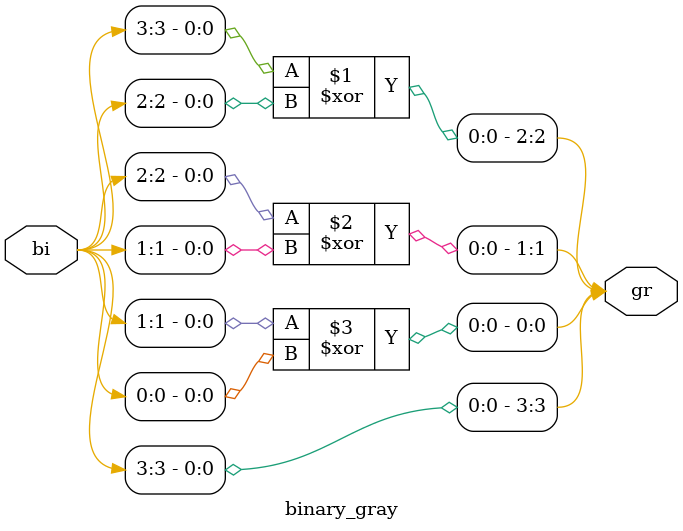
<source format=v>
module binary_gray(input[3:0] bi, output[3:0] gr);
    assign gr[3] = bi[3];
    assign gr[2] = bi[3]^bi[2];
    assign gr[1] = bi[2]^bi[1];
    assign gr[0] = bi[1]^bi[0];
endmodule
</source>
